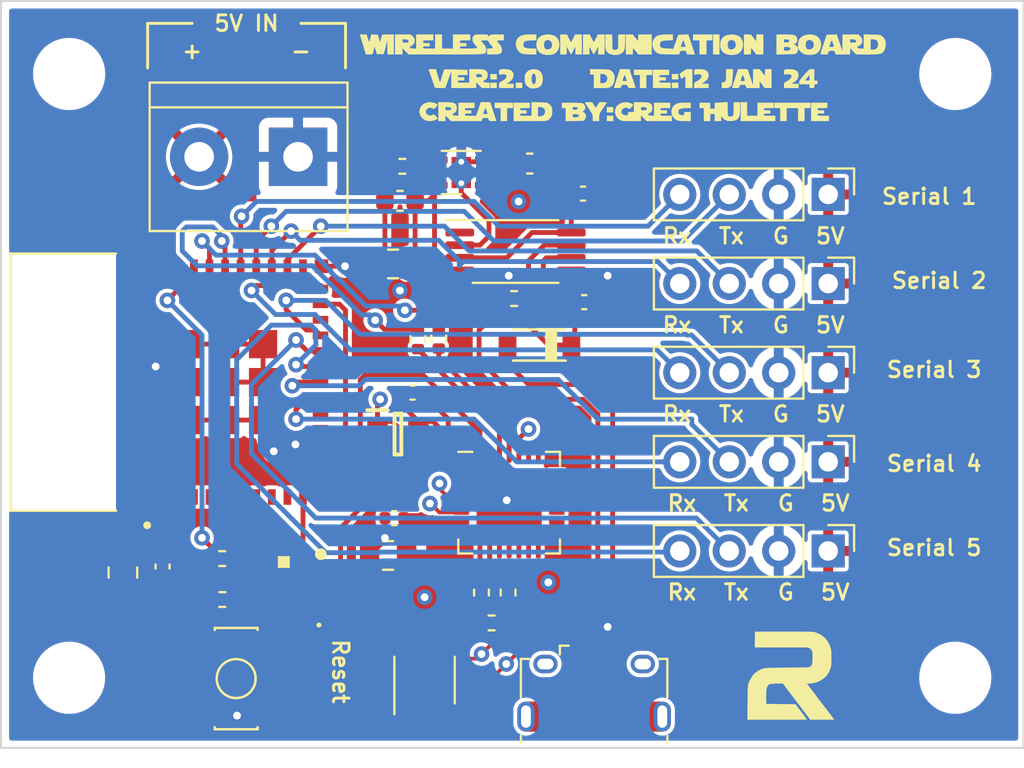
<source format=kicad_pcb>
(kicad_pcb (version 20211014) (generator pcbnew)
  (title_block (title "R2 Droid Gateway") (date "2023-07-06") (rev "1.1") (company "Created by: Greg Hulette") (comment 1 "- Creates WiFi Network for Remote Web Access") (comment 2 "- WiFi to LoRa Bridge") (comment 3 "- Buttons for Master Relay"))
  (layers (0 "F.Cu" signal) (1 "In1.Cu" signal) (2 "In2.Cu" signal) (31 "B.Cu" signal) (34 "B.Paste" user) (35 "F.Paste" user) (36 "B.SilkS" user "B.Silkscreen") (37 "F.SilkS" user "F.Silkscreen") (38 "B.Mask" user) (39 "F.Mask" user) (44 "Edge.Cuts" user))
  (net 0 "")
  (net 1 "+3V3")
  (net 2 "GND")
  (net 3 "RESET")
  (net 4 "Net-(C6-Pad2)")
  (net 5 "VBUS")
  (net 6 "+5V")
  (net 7 "Net-(D1-PadA)")
  (net 8 "USB_DP")
  (net 9 "USB_DN")
  (net 11 "unconnected-(J1-Pad6)")
  (net 13 "Net-(L2-Pad3)")
  (net 14 "DTR")
  (net 15 "RTS")
  (net 16 "GPIO0")
  (net 17 "Net-(R2-Pad1)")
  (net 18 "RXD0")
  (net 19 "Net-(R3-Pad1)")
  (net 20 "TXD0")
  (net 21 "Net-(R4-Pad2)")
  (net 22 "Net-(R6-Pad1)")
  (net 23 "Net-(R9-Pad1)")
  (net 25 "STATUS_LED_DATA")
  (net 56 "TX_HEADER")
  (net 59 "RX4")
  (net 60 "TX4")
  (net 61 "RX5")
  (net 62 "TX5")
  (net 63 "TX3")
  (net 64 "RX3")
  (net 65 "TX2")
  (net 66 "RX2")
  (net 67 "TX1")
  (net 68 "RX1")
  (footprint "Connector_PinHeader_2.54mm:PinHeader_1x04_P2.54mm_Vertical" (layer "F.Cu") (at 147.974 102.259 -90)
    (fp_text reference "J4")
    (fp_text value "Conn_01x04" hide)
  )
  (footprint "Resistor_SMD:R_0402_1005Metric" (layer "F.Cu") (at 130.692 119.684 180)
    (fp_text reference "R4")
    (fp_text value "22.1K" hide)
  )
  (footprint "Custom:SOT65P230X110-6N" (layer "F.Cu") (at 125.883 109.986)
    (fp_text reference "Q2")
    (fp_text value "UMH3N" hide)
  )
  (footprint "Capacitor_SMD:C_0402_1005Metric" (layer "F.Cu") (at 126.634 107.858)
    (fp_text reference "C3")
    (fp_text value ".1uF" hide)
  )
  (footprint "Resistor_SMD:R_0402_1005Metric" (layer "F.Cu") (at 131.538 118.124 -90)
    (fp_text reference "R6")
    (fp_text value "1K" hide)
  )
  (footprint "Package_SO:TSSOP-8_4.4x3mm_P0.65mm" (layer "F.Cu") (at 131.92 100.614)
    (fp_text reference "U4")
    (fp_text value "TPS2115APW" hide)
  )
  (footprint "Capacitor_SMD:C_0805_2012Metric" (layer "F.Cu") (at 125.63 101.252)
    (fp_text reference "C8")
    (fp_text value "10uF" hide)
  )
  (footprint "TerminalBlock:TerminalBlock_bornier-2_P5.08mm" (layer "F.Cu") (at 120.754 95.752 180)
    (fp_text reference "J2")
    (fp_text value "Power In" hide)
  )
  (footprint "MountingHole:MountingHole_3.2mm_M3" (layer "F.Cu") (at 109 91.5)
    (fp_text reference "REF**" hide)
    (fp_text value "MountingHole_3.2mm_M3" hide)
  )
  (footprint "Resistor_SMD:R_0402_1005Metric" (layer "F.Cu") (at 130.172 118.124 -90)
    (fp_text reference "R5")
    (fp_text value "47.5K" hide)
  )
  (footprint "Capacitor_SMD:C_0805_2012Metric" (layer "F.Cu") (at 125.378 116.22 180)
    (fp_text reference "C4")
    (fp_text value "4.7uF" hide)
  )
  (footprint "Resistor_SMD:R_0402_1005Metric" (layer "F.Cu") (at 126.908 105.116 90)
    (fp_text reference "R2")
    (fp_text value "1K" hide)
  )
  (footprint "Resistor_SMD:R_0402_1005Metric" (layer "F.Cu") (at 116.86 116.382 180)
    (fp_text reference "R16")
    (fp_text value "470" hide)
  )
  (footprint "MountingHole:MountingHole_3.2mm_M3" (layer "F.Cu") (at 154.5 122.5)
    (fp_text reference "REF**" hide)
    (fp_text value "MountingHole_3.2mm_M3" hide)
  )
  (footprint "Custom:MODULE_ESP32-PICO-MINI-02" (layer "F.Cu") (at 117.007 107.32 90)
    (fp_text reference "U1")
    (fp_text value "ESP32-PICO-MINI-02" hide)
  )
  (footprint "Connector_PinHeader_2.54mm:PinHeader_1x04_P2.54mm_Vertical" (layer "F.Cu") (at 147.974 106.836 -90)
    (fp_text reference "J5")
    (fp_text value "Conn_01x04" hide)
  )
  (footprint "Capacitor_SMD:C_0402_1005Metric" (layer "F.Cu") (at 135.444 103.216)
    (fp_text reference "C12")
    (fp_text value ".1uF" hide)
  )
  (footprint "Connector_PinHeader_2.54mm:PinHeader_1x04_P2.54mm_Vertical" (layer "F.Cu") (at 147.974 115.99 -90)
    (fp_text reference "J7")
    (fp_text value "Conn_01x04" hide)
  )
  (footprint "MountingHole:MountingHole_3.2mm_M3" (layer "F.Cu") (at 109 122.5)
    (fp_text reference "REF**" hide)
    (fp_text value "MountingHole_3.2mm_M3" hide)
  )
  (footprint "Capacitor_SMD:C_0603_1608Metric" (layer "F.Cu") (at 125.988 98.012)
    (fp_text reference "C6")
    (fp_text value "1uF" hide)
  )
  (footprint "Resistor_SMD:R_0402_1005Metric" (layer "F.Cu") (at 131.85 103.028)
    (fp_text reference "R9")
    (fp_text value "400" hide)
  )
  (footprint "Connector_PinHeader_2.54mm:PinHeader_1x04_P2.54mm_Vertical" (layer "F.Cu") (at 147.974 111.413 -90)
    (fp_text reference "J6")
    (fp_text value "Conn_01x04" hide)
  )
  (footprint "Capacitor_SMD:C_0402_1005Metric" (layer "F.Cu") (at 113.796 116.79 -90)
    (fp_text reference "C2")
    (fp_text value ".1uF" hide)
  )
  (footprint "Resistor_SMD:R_0402_1005Metric" (layer "F.Cu") (at 127.978 105.088 90)
    (fp_text reference "R3")
    (fp_text value "1K" hide)
  )
  (footprint "Capacitor_SMD:C_0805_2012Metric" (layer "F.Cu") (at 111.76 117.094 -90)
    (fp_text reference "C1")
    (fp_text value "10uF" hide)
  )
  (footprint "Connector_USB:USB_Micro-B_Amphenol_10118194_Horizontal" (layer "F.Cu") (at 135.956 123.194)
    (fp_text reference "J1")
    (fp_text value "USB_B_Micro" hide)
  )
  (footprint "Custom:WS2812B-2020" (layer "F.Cu") (at 120.022 117.157)
    (fp_text reference "L2")
    (fp_text value "WS2812B-2020" hide)
  )
  (footprint "MountingHole:MountingHole_3.2mm_M3" (layer "F.Cu") (at 154.5 91.5)
    (fp_text reference "REF**" hide)
    (fp_text value "MountingHole_3.2mm_M3" hide)
  )
  (footprint "Capacitor_SMD:C_0402_1005Metric" (layer "F.Cu") (at 135.386 97.642)
    (fp_text reference "C9")
    (fp_text value ".1uF" hide)
  )
  (footprint "Capacitor_SMD:C_0402_1005Metric" (layer "F.Cu") (at 125.696 114.304 180)
    (fp_text reference "C5")
    (fp_text value ".1uF" hide)
  )
  (footprint "Package_DFN_QFN:QFN-28-1EP_5x5mm_P0.5mm_EP3.35x3.35mm" (layer "F.Cu") (at 131.592 113.51)
    (fp_text reference "U2")
    (fp_text value "CP2102N-A02-GQFN28" hide)
  )
  (footprint "Connector_PinHeader_2.54mm:PinHeader_1x04_P2.54mm_Vertical" (layer "F.Cu") (at 147.974 97.682 -90)
    (fp_text reference "J3")
    (fp_text value "Conn_01x04" hide)
  )
  (footprint "Package_TO_SOT_SMD:SOT-143" (layer "F.Cu") (at 127.25 122.618 90)
    (fp_text reference "D2")
    (fp_text value "SP0503BAHTG" hide)
  )
  (footprint "Capacitor_SMD:C_0603_1608Metric" (layer "F.Cu") (at 132.654 96.098 180)
    (fp_text reference "C7")
    (fp_text value "1uF" hide)
  )
  (footprint "Custom:SOD3716X135N" (layer "F.Cu") (at 133.1485 105.4145 180)
    (fp_text reference "D1")
    (fp_text value "B5819W-TP" hide)
  )
  (footprint "Package_SON:WSON-6-1EP_2x2mm_P0.65mm_EP1x1.6mm_ThermalVias" (layer "F.Cu") (at 129.134 96.558 180)
    (fp_text reference "U3")
    (fp_text value "LP5912-3.3DRV" hide)
  )
  (footprint "Resistor_SMD:R_0402_1005Metric" (layer "F.Cu") (at 126.108 96.238 180)
    (fp_text reference "R10")
    (fp_text value "400" hide)
  )
  (footprint "Resistor_SMD:R_0402_1005Metric" (layer "F.Cu") (at 116.866 118.484)
    (fp_text reference "R1")
    (fp_text value "10K" hide)
  )
  (footprint "Logos:R2_Logo_V2" (layer "F.Cu") (at 146.05 122.746871)
    (fp_text reference "G***" hide)
    (fp_text value "LOGO" hide)
  )
  (footprint "Custom:SW_TL3342F160QG" (layer "F.Cu") (at 117.5765 122.5425 180)
    (fp_text reference "S1")
    (fp_text value "TL3342F160QG" hide)
  )
  (footprint "Logos:WCBv2" (layer "F.Cu") (at 137.414 91.694)
    (fp_text reference "G***" hide)
    (fp_text value "LOGO" hide)
  )
  (gr_line (start 113.03 88.9) (end 115.316 88.9) (layer "F.SilkS") (width 0.15))
  (gr_line (start 113.03 91.186) (end 113.03 88.9) (layer "F.SilkS") (width 0.15))
  (gr_line (start 123.19 88.9) (end 123.19 91.186) (layer "F.SilkS") (width 0.15))
  (gr_line (start 120.904 88.9) (end 123.19 88.9) (layer "F.SilkS") (width 0.15))
  (gr_line (start 105.5 87.75) (end 158 87.75) (layer "Edge.Cuts") (width 0.1))
  (gr_line (start 158 126.1) (end 105.5 126.1) (layer "Edge.Cuts") (width 0.1))
  (gr_line (start 105.5 126.1) (end 105.5 87.75) (layer "Edge.Cuts") (width 0.1))
  (gr_line (start 158 87.75) (end 158 126.1) (layer "Edge.Cuts") (width 0.1))
  (gr_text "5V" (at 148.082 108.966) (layer "F.SilkS") (effects (font (size 0.8 0.8))))
  (gr_text "5V" (at 148.082 104.394) (layer "F.SilkS") (effects (font (size 0.8 0.8))))
  (gr_text "Rx" (at 140.208 108.966) (layer "F.SilkS") (effects (font (size 0.8 0.8))))
  (gr_text "5V IN" (at 118.11 88.9) (layer "F.SilkS") (effects (font (size 0.8 0.8))))
  (gr_text "Serial 4" (at 153.416 111.506) (layer "F.SilkS") (effects (font (size 0.8 0.8))))
  (gr_text "Tx" (at 143.256 113.538) (layer "F.SilkS") (effects (font (size 0.8 0.8))))
  (gr_text "Tx" (at 143.002 108.966) (layer "F.SilkS") (effects (font (size 0.8 0.8))))
  (gr_text "Tx" (at 143.002 104.394) (layer "F.SilkS") (effects (font (size 0.8 0.8))))
  (gr_text "5V" (at 148.082 99.822) (layer "F.SilkS") (effects (font (size 0.8 0.8))))
  (gr_text "G" (at 145.542 104.394) (layer "F.SilkS") (effects (font (size 0.8 0.8))))
  (gr_text "+" (at 115.316 90.424 180) (layer "F.SilkS") (effects (font (size 0.8 0.8))))
  (gr_text "Serial 5" (at 153.416 115.824) (layer "F.SilkS") (effects (font (size 0.8 0.8))))
  (gr_text "Rx" (at 140.462 113.538) (layer "F.SilkS") (effects (font (size 0.8 0.8))))
  (gr_text "5V" (at 148.336 113.538) (layer "F.SilkS") (effects (font (size 0.8 0.8))))
  (gr_text "Serial 3" (at 153.416 106.68) (layer "F.SilkS") (effects (font (size 0.8 0.8))))
  (gr_text "5V" (at 148.336 118.11) (layer "F.SilkS") (effects (font (size 0.8 0.8))))
  (gr_text "Tx" (at 143.002 99.822) (layer "F.SilkS") (effects (font (size 0.8 0.8))))
  (gr_text "-" (at 120.904 90.424 180) (layer "F.SilkS") (effects (font (size 0.8 0.8))))
  (gr_text "Rx" (at 140.208 104.394) (layer "F.SilkS") (effects (font (size 0.8 0.8))))
  (gr_text "G" (at 145.542 108.966) (layer "F.SilkS") (effects (font (size 0.8 0.8))))
  (gr_text "Serial 2" (at 153.67 102.108) (layer "F.SilkS") (effects (font (size 0.8 0.8))))
  (gr_text "Tx" (at 143.256 118.11) (layer "F.SilkS") (effects (font (size 0.8 0.8))))
  (gr_text "G" (at 145.542 99.822) (layer "F.SilkS") (effects (font (size 0.8 0.8))))
  (gr_text "Rx" (at 140.462 118.11) (layer "F.SilkS") (effects (font (size 0.8 0.8))))
  (gr_text "G" (at 145.796 113.538) (layer "F.SilkS") (effects (font (size 0.8 0.8))))
  (gr_text "G" (at 145.796 118.11) (layer "F.SilkS") (effects (font (size 0.8 0.8))))
  (gr_text "Reset" (at 122.936 122.174 270) (layer "F.SilkS") (effects (font (size 0.8 0.8))))
  (gr_text "Rx" (at 140.208 99.822) (layer "F.SilkS") (effects (font (size 0.8 0.8))))
  (gr_text "Serial 1" (at 153.162 97.79) (layer "F.SilkS") (effects (font (size 0.8 0.8))))
  (segment (start 128.218 115.01) (end 127.718 114.51) (width 0.25) (layer "F.Cu") (net 1))
  (segment (start 129.142 114.51) (end 127.552 114.51) (width 0.25) (layer "F.Cu") (net 1))
  (segment (start 126.382 114.51) (end 126.176 114.304) (width 0.25) (layer "F.Cu") (net 1))
  (segment (start 127.552 114.51) (end 126.382 114.51) (width 0.25) (layer "F.Cu") (net 1))
  (segment (start 129.142 115.01) (end 128.218 115.01) (width 0.25) (layer "F.Cu") (net 1))
  (segment (start 127.718 114.51) (end 127.552 114.51) (width 0.25) (layer "F.Cu") (net 1))
  (via (at 133.604 117.602) (size 0.8) (drill 0.4) (layers "F.Cu" "B.Cu") (net 1))
  (via (at 127.254 118.364) (size 0.8) (drill 0.4) (layers "F.Cu" "B.Cu") (net 1))
  (via (at 132.08 98.044) (size 0.8) (drill 0.4) (layers "F.Cu" "B.Cu") (net 1))
  (via (at 125.984 102.616) (size 0.8) (drill 0.4) (layers "F.Cu" "B.Cu") (net 1))
  (segment (start 117.007 109.27) (end 115.057 109.27) (width 0.25) (layer "F.Cu") (net 2))
  (segment (start 129.9215 96.008) (end 130.0215 95.908) (width 0.25) (layer "F.Cu") (net 2))
  (segment (start 113.444 106.52) (end 114.257 106.52) (width 0.25) (layer "F.Cu") (net 2))
  (segment (start 128.46552 110.386192) (end 128.46552 109.20952) (width 0.25) (layer "F.Cu") (net 2))
  (segment (start 131.4415 94.488) (end 130.0215 95.908) (width 0.25) (layer "F.Cu") (net 2))
  (segment (start 131.589328 113.51) (end 128.46552 110.386192) (width 0.25) (layer "F.Cu") (net 2))
  (segment (start 129.0575 100.289) (end 130.089 100.289) (width 0.25) (layer "F.Cu") (net 2))
  (segment (start 118.957 107.32) (end 117.007 107.32) (width 0.25) (layer "F.Cu") (net 2))
  (segment (start 121.007 113.22) (end 121.007 116.477) (width 0.25) (layer "F.Cu") (net 2))
  (segment (start 115.057 107.32) (end 115.057 105.37) (width 0.25) (layer "F.Cu") (net 2))
  (segment (start 125.213 100.719) (end 124.68 101.252) (width 0.25) (layer "F.Cu") (net 2))
  (segment (start 135.866 97.63507) (end 135.866 97.642) (width 0.25) (layer "F.Cu") (net 2))
  (segment (start 125.222 98.003) (end 125.222 96.614) (width 0.25) (layer "F.Cu") (net 2))
  (segment (start 130.556 99.822) (end 130.556 99.03) (width 0.25) (layer "F.Cu") (net 2))
  (segment (start 129.134 96.008) (end 129.9215 96.008) (width 0.25) (layer "F.Cu") (net 2))
  (segment (start 132.36 103.028) (end 132.36 102.642) (width 0.25) (layer "F.Cu") (net 2))
  (segment (start 130.556 99.03) (end 129.134 97.608) (width 0.25) (layer "F.Cu") (net 2))
  (segment (start 112.057 113.27) (end 113.757 113.27) (width 0.25) (layer "F.Cu") (net 2))
  (segment (start 113.0125 124.4425) (end 114.4265 124.4425) (width 0.25) (layer "F.Cu") (net 2))
  (segment (start 119.507 110.871) (end 121.007 112.371) (width 0.25) (layer "F.Cu") (net 2))
  (segment (start 130.089 100.289) (end 130.556 99.822) (width 0.25) (layer "F.Cu") (net 2))
  (segment (start 121.957 113.27) (end 121.057 113.27) (width 0.25) (layer "F.Cu") (net 2))
  (segment (start 118.957 109.27) (end 118.957 110.321) (width 0.25) (layer "F.Cu") (net 2))
  (segment (start 128.584 96.558) (end 129.134 97.108) (width 0.25) (layer "F.Cu") (net 2))
  (segment (start 125.476 120.142) (end 124.968 120.65) (width 0.25) (layer "F.Cu") (net 2))
  (segment (start 121.057 113.27) (end 121.007 113.22) (width 0.25) (layer "F.Cu") (net 2))
  (segment (start 125.222 96.614) (end 125.598 96.238) (width 0.25) (layer "F.Cu") (net 2))
  (segment (start 125.216 114.304) (end 125.216 115.322) (width 0.25) (layer "F.Cu") (net 2))
  (segment (start 111.76 123.19) (end 113.0125 124.4425) (width 0.25) (layer "F.Cu") (net 2))
  (segment (start 125.213 98.012) (end 125.222 98.003) (width 0.25) (layer "F.Cu") (net 2))
  (segment (start 134.32893 96.098) (end 135.866 97.63507) (width 0.25) (layer "F.Cu") (net 2))
  (segment (start 133.429 96.098) (end 134.32893 96.098) (width 0.25) (layer "F.Cu") (net 2))
  (segment (start 131.092 113.01) (end 131.469 113.387) (width 0.25) (layer "F.Cu") (net 2))
  (segment (start 124.968 120.65) (end 124.968 122.682) (width 0.25) (layer "F.Cu") (net 2))
  (segment (start 135.924 103.216) (end 136.652 102.488) (width 0.25) (layer "F.Cu") (net 2))
  (segment (start 115.057 105.37) (end 118.957 105.37) (width 0.25) (layer "F.Cu") (net 2))
  (segment (start 123.166 101.37) (end 121.957 101.37) (width 0.25) (layer "F.Cu") (net 2))
  (segment (start 128.46552 109.20952) (end 127.114 107.858) (width 0.25) (layer "F.Cu") (net 2))
  (segment (start 114.257 106.52) (end 115.057 107.32) (width 0.25) (layer "F.Cu") (net 2))
  (segment (start 112.107 106.52) (end 113.444 106.52) (width 0.25) (layer "F.Cu") (net 2))
  (segment (start 133.429 95.075) (end 132.842 94.488) (width 0.25) (layer "F.Cu") (net 2))
  (segment (start 125.216 115.322) (end 125.216 115.432) (width 0.25) (layer "F.Cu") (net 2))
  (segment (start 125.216 115.432) (end 124.428 116.22) (width 0.25) (layer "F.Cu") (net 2))
  (segment (start 120.7265 124.4425) (end 125.7555 124.4425) (width 0.25) (layer "F.Cu") (net 2))
  (segment (start 136.652 102.488) (end 136.652 101.854) (width 0.25) (layer "F.Cu") (net 2))
  (segment (start 112.057 101.37) (end 112.057 113.27) (width 0.25) (layer "F.Cu") (net 2))
  (segment (start 128.524 120.142) (end 125.476 120.142) (width 0.25) (layer "F.Cu") (net 2))
  (segment (start 124.562 101.37) (end 123.166 101.37) (width 0.25) (layer "F.Cu") (net 2))
  (segment (start 113.757 113.27) (end 113.807 113.22) (width 0.25) (layer "F.Cu") (net 2))
  (segment (start 128.2465 96.558) (end 128.584 96.558) (width 0.25) (layer "F.Cu") (net 2))
  (segment (start 118.957 110.321) (end 119.507 110.871) (width 0.25) (layer "F.Cu") (net 2))
  (segment (start 129.134 97.608) (end 129.134 97.108) (width 0.25) (layer "F.Cu") (net 2))
  (segment (start 118.957 109.27) (end 117.007 109.27) (width 0.25) (layer "F.Cu") (net 2))
  (segment (start 125.7555 124.4425) (end 126.48 123.718) (width 0.25) (layer "F.Cu") (net 2))
  (segment (start 121.007 112.371) (end 121.007 113.22) (width 0.25) (layer "F.Cu") (net 2))
  (segment (start 132.842 94.488) (end 131.4415 94.488) (width 0.25) (layer "F.Cu") (net 2))
  (segment (start 115.057 109.27) (end 115.057 107.32) (width 0.25) (layer "F.Cu") (net 2))
  (segment (start 135.924 102.7305) (end 135.924 103.216) (width 0.25) (layer "F.Cu") (net 2))
  (segment (start 121.007 116.477) (end 121.037 116.507) (width 0.25) (layer "F.Cu") (net 2))
  (segment (start 120.207 110.52) (end 118.957 109.27) (width 0.25) (layer "F.Cu") (net 2))
  (segment (start 124.68 101.252) (end 124.562 101.37) (width 0.25) (layer "F.Cu") (net 2))
  (segment (start 121.907 110.52) (end 120.62 110.52) (width 0.25) (layer "F.Cu") (net 2))
  (segment (start 125.213 98.012) (end 125.213 100.719) (width 0.25) (layer "F.Cu") (net 2))
  (segment (start 112.534 117.27) (end 111.76 118.044) (width 0.25) (layer "F.Cu") (net 2))
  (segment (start 126.004 123.718) (end 126.48 123.718) (width 0.25) (layer "F.Cu") (net 2))
  (segment (start 114.4265 124.4425) (end 117.6195 124.4425) (width 0.25) (layer "F.Cu") (net 2))
  (segment (start 120.62 110.52) (end 120.207 110.52) (width 0.25) (layer "F.Cu") (net 2))
  (segment (start 118.957 105.37) (end 118.957 107.32) (width 0.25) (layer "F.Cu") (net 2))
  (segment (start 132.36 102.642) (end 131.572 101.854) (width 0.25) (layer "F.Cu") (net 2))
  (segment (start 113.796 117.27) (end 112.534 117.27) (width 0.25) (layer "F.Cu") (net 2))
  (segment (start 131.592 113.51) (end 131.589328 113.51) (width 0.25) (layer "F.Cu") (net 2))
  (segment (start 117.6195 124.4425) (end 120.7265 124.4425) (width 0.25) (layer "F.Cu") (net 2))
  (segment (start 111.76 118.044) (end 111.76 123.19) (width 0.25) (layer "F.Cu") (net 2))
  (segment (start 137.256 120.492) (end 136.652 119.888) (width 0.25) (layer "F.Cu") (net 2))
  (segment (start 133.429 96.098) (end 133.429 95.075) (width 0.25) (layer "F.Cu") (net 2))
  (segment (start 130.172 118.634) (end 130.032 118.634) (width 0.25) (layer "F.Cu") (net 2))
  (segment (start 130.032 118.634) (end 128.524 120.142) (width 0.25) (layer "F.Cu") (net 2))
  (segment (start 124.968 122.682) (end 126.004 123.718) (width 0.25) (layer "F.Cu") (net 2))
  (segment (start 137.256 121.794) (end 137.256 120.492) (width 0.25) (layer "F.Cu") (net 2))
  (segment (start 131.469 113.387) (end 131.592 113.51) (width 0.25) (layer "F.Cu") (net 2))
  (segment (start 129.142 113.01) (end 131.092 113.01) (width 0.25) (layer "F.Cu") (net 2))
  (segment (start 134.7825 101.589) (end 135.924 102.7305) (width 0.25) (layer "F.Cu") (net 2))
  (via (at 120.62 110.52) (size 0.8) (drill 0.4) (layers "F.Cu" "B.Cu") (net 2))
  (via (at 136.652 101.854) (size 0.8) (drill 0.4) (layers "F.Cu" "B.Cu") (net 2))
  (via (at 113.444 106.52) (size 0.8) (drill 0.4) (layers "F.Cu" "B.Cu") (net 2))
  (via (at 119.507 110.871) (size 0.8) (drill 0.4) (layers "F.Cu" "B.Cu") (net 2))
  (via (at 131.469 113.387) (size 0.8) (drill 0.4) (layers "F.Cu" "B.Cu") (net 2))
  (via (at 123.166 101.37) (size 0.8) (drill 0.4) (layers "F.Cu" "B.Cu") (net 2))
  (via (at 125.216 115.322) (size 0.8) (drill 0.4) (layers "F.Cu" "B.Cu") (net 2))
  (via (at 117.6195 124.4425) (size 0.8) (drill 0.4) (layers "F.Cu" "B.Cu") (net 2))
  (via (at 131.572 101.854) (size 0.8) (drill 0.4) (layers "F.Cu" "B.Cu") (net 2))
  (via (at 136.652 119.888) (size 0.8) (drill 0.4) (layers "F.Cu" "B.Cu") (net 2))
  (segment (start 117.376 118.484) (end 117.764 118.872) (width 0.25) (layer "F.Cu") (net 3))
  (segment (start 120.7265 120.6425) (end 119.5345 120.6425) (width 0.25) (layer "F.Cu") (net 3))
  (segment (start 114.4265 120.6425) (end 115.2175 120.6425) (width 0.25) (layer "F.Cu") (net 3))
  (segment (start 119.831511 118.674489) (end 119.831511 115.259511) (width 0.25) (layer "F.Cu") (net 3))
  (segment (start 126.954022 113.03) (end 127.291489 112.692533) (width 0.25) (layer "F.Cu") (net 3))
  (segment (start 127.291489 112.692533) (end 127.291489 111.976511) (width 0.25) (layer "F.Cu") (net 3))
  (segment (start 121.863511 118.674489) (end 122.936 117.602) (width 0.25) (layer "F.Cu") (net 3))
  (segment (start 117.764 118.872) (end 119.634 118.872) (width 0.25) (layer "F.Cu") (net 3))
  (segment (start 127.291489 111.976511) (end 128.016 111.252) (width 0.25) (layer "F.Cu") (net 3))
  (segment (start 128.016 109.669978) (end 127.682022 109.336) (width 0.25) (layer "F.Cu") (net 3))
  (segment (start 118.607 114.035) (end 118.607 113.22) (width 0.25) (layer "F.Cu") (net 3))
  (segment (start 126.154 107.858) (end 126.154 108.557) (width 0.25) (layer "F.Cu") (net 3))
  (segment (start 124.714 113.03) (end 126.954022 113.03) (width 0.25) (layer "F.Cu") (net 3))
  (segment (start 126.154 108.557) (end 126.933 109.336) (width 0.25) (layer "F.Cu") (net 3))
  (segment (start 119.5345 120.6425) (end 117.376 118.484) (width 0.25) (layer "F.Cu") (net 3))
  (segment (start 119.634 118.872) (end 119.831511 118.674489) (width 0.25) (layer "F.Cu") (net 3))
  (segment (start 128.016 111.252) (end 128.016 109.669978) (width 0.25) (layer "F.Cu") (net 3))
  (segment (start 122.936 114.808) (end 124.714 113.03) (width 0.25) (layer "F.Cu") (net 3))
  (segment (start 119.831511 115.259511) (end 118.607 114.035) (width 0.25) (layer "F.Cu") (net 3))
  (segment (start 122.936 117.602) (end 122.936 114.808) (width 0.25) (layer "F.Cu") (net 3))
  (segment (start 115.2175 120.6425) (end 117.376 118.484) (width 0.25) (layer "F.Cu") (net 3))
  (segment (start 127.682022 109.336) (end 126.933 109.336) (width 0.25) (layer "F.Cu") (net 3))
  (segment (start 119.831511 118.674489) (end 121.863511 118.674489) (width 0.25) (layer "F.Cu") (net 3))
  (segment (start 132.588 101.092) (end 133.391 100.289) (width 0.25) (layer "F.Cu") (net 4))
  (segment (start 128.2465 97.208) (end 127.942 97.208) (width 0.25) (layer "F.Cu") (net 4))
  (segment (start 127.942 97.208) (end 127.508 96.774) (width 0.25) (layer "F.Cu") (net 4))
  (segment (start 127.508 96.774) (end 127.508 96.504977) (width 0.25) (layer "F.Cu") (net 4))
  (segment (start 127.762 102.108) (end 129.286 103.632) (width 0.25) (layer "F.Cu") (net 4))
  (segment (start 131.228141 103.886) (end 132.471859 103.886) (width 0.25) (layer "F.Cu") (net 4))
  (segment (start 126.763 98.012) (end 127.4425 98.012) (width 0.25) (layer "F.Cu") (net 4))
  (segment (start 126.948 95.908) (end 128.2465 95.908) (width 0.25) (layer "F.Cu") (net 4))
  (segment (start 132.471859 103.886) (end 132.95452 103.403339) (width 0.25) (layer "F.Cu") (net 4))
  (segment (start 132.95452 102.600802) (end 132.588 102.234282) (width 0.25) (layer "F.Cu") (net 4))
  (segment (start 129.286 103.632) (end 130.974141 103.632) (width 0.25) (layer "F.Cu") (net 4))
  (segment (start 127.762 97.6925) (end 127.762 102.108) (width 0.25) (layer "F.Cu") (net 4))
  (segment (start 126.763 98.012) (end 126.763 101.069) (width 0.25) (layer "F.Cu") (net 4))
  (segment (start 128.2465 97.208) (end 127.762 97.6925) (width 0.25) (layer "F.Cu") (net 4))
  (segment (start 127.508 96.504977) (end 128.104977 95.908) (width 0.25) (layer "F.Cu") (net 4))
  (segment (start 127.4425 98.012) (end 128.2465 97.208) (width 0.25) (layer "F.Cu") (net 4))
  (segment (start 132.95452 103.403339) (end 132.95452 102.600802) (width 0.25) (layer "F.Cu") (net 4))
  (segment (start 126.618 96.238) (end 126.948 95.908) (width 0.25) (layer "F.Cu") (net 4))
  (segment (start 132.588 102.234282) (end 132.588 101.092) (width 0.25) (layer "F.Cu") (net 4))
  (segment (start 126.763 101.069) (end 126.58 101.252) (width 0.25) (layer "F.Cu") (net 4))
  (segment (start 128.104977 95.908) (end 128.2465 95.908) (width 0.25) (layer "F.Cu") (net 4))
  (segment (start 130.974141 103.632) (end 131.228141 103.886) (width 0.25) (layer "F.Cu") (net 4))
  (segment (start 133.391 100.289) (end 134.7825 100.289) (width 0.25) (layer "F.Cu") (net 4))
  (segment (start 134.964 105.2373) (end 134.7868 105.4145) (width 0.25) (layer "F.Cu") (net 5))
  (segment (start 131.202 119.684) (end 134.824 119.684) (width 0.25) (layer "F.Cu") (net 5))
  (segment (start 130.048 106.172) (end 130.048 104.648) (width 0.25) (layer "F.Cu") (net 5))
  (segment (start 132.08 108.204) (end 130.048 106.172) (width 0.25) (layer "F.Cu") (net 5))
  (segment (start 136.144 118.364) (end 136.144 108.966) (width 0.25) (layer "F.Cu") (net 5))
  (segment (start 136.144 108.966) (end 135.382 108.204) (width 0.25) (layer "F.Cu") (net 5))
  (segment (start 133.35 101.602) (end 134.964 103.216) (width 0.25) (layer "F.Cu") (net 5))
  (segment (start 135.382 108.204) (end 132.08 108.204) (width 0.25) (layer "F.Cu") (net 5))
  (segment (start 130.048 104.648) (end 130.302 104.394) (width 0.25) (layer "F.Cu") (net 5))
  (segment (start 133.35 101.092) (end 133.35 101.602) (width 0.25) (layer "F.Cu") (net 5))
  (segment (start 133.503 100.939) (end 133.35 101.092) (width 0.25) (layer "F.Cu") (net 5))
  (segment (start 134.824 119.684) (end 136.144 118.364) (width 0.25) (layer "F.Cu") (net 5))
  (segment (start 133.6085 105.4145) (end 134.7868 105.4145) (width 0.25) (layer "F.Cu") (net 5))
  (segment (start 132.588 104.394) (end 133.6085 105.4145) (width 0.25) (layer "F.Cu") (net 5))
  (segment (start 134.7825 100.939) (end 133.503 100.939) (width 0.25) (layer "F.Cu") (net 5))
  (segment (start 130.302 104.394) (end 132.588 104.394) (width 0.25) (layer "F.Cu") (net 5))
  (segment (start 134.964 103.216) (end 134.964 105.2373) (width 0.25) (layer "F.Cu") (net 5))
  (segment (start 132.771 99.639) (end 131.471 100.939) (width 0.25) (layer "F.Cu") (net 6))
  (segment (start 134.7825 99.639) (end 132.771 99.639) (width 0.25) (layer "F.Cu") (net 6))
  (segment (start 131.471 100.939) (end 129.0575 100.939) (width 0.25) (layer "F.Cu") (net 6))
  (segment (start 136.398 98.298) (end 135.55507 98.298) (width 0.25) (layer "F.Cu") (net 6))
  (segment (start 136.906 97.79) (end 136.398 98.298) (width 0.25) (layer "F.Cu") (net 6))
  (segment (start 134.7825 97.7655) (end 134.906 97.642) (width 0.25) (layer "F.Cu") (net 6))
  (segment (start 136.906 93.218) (end 136.906 97.79) (width 0.25) (layer "F.Cu") (net 6))
  (segment (start 134.906 97.642) (end 134.906 97.64893) (width 0.25) (layer "F.Cu") (net 6))
  (segment (start 134.7825 99.639) (end 134.7825 97.7655) (width 0.25) (layer "F.Cu") (net 6))
  (segment (start 135.55507 98.298) (end 134.906 97.64893) (width 0.25) (layer "F.Cu") (net 6))
  (segment (start 136.906 107.95) (end 136.398 107.442) (width 0.25) (layer "F.Cu") (net 7))
  (segment (start 139.446 122.936) (end 139.446 120.904) (width 0.25) (layer "F.Cu") (net 7))
  (segment (start 136.398 107.442) (end 132.588 107.442) (width 0.25) (layer "F.Cu") (net 7))
  (segment (start 132.588 107.442) (end 131.5102 106.3642) (width 0.25) (layer "F.Cu") (net 7))
  (segment (start 128.523511 123.394489) (end 133.399511 123.394489) (width 0.25) (layer "F.Cu") (net 7))
  (segment (start 133.399511 123.394489) (end 134.656 122.138) (width 0.25) (layer "F.Cu") (net 7))
  (segment (start 134.873 122.936) (end 139.446 122.936) (width 0.25) (layer "F.Cu") (net 7))
  (segment (start 134.656 122.138) (end 134.656 121.794) (width 0.25) (layer "F.Cu") (net 7))
  (segment (start 136.906 118.364) (end 136.906 107.95) (width 0.25) (layer "F.Cu") (net 7))
  (segment (start 139.446 120.904) (end 136.906 118.364) (width 0.25) (layer "F.Cu") (net 7))
  (segment (start 128.2 123.718) (end 128.523511 123.394489) (width 0.25) (layer "F.Cu") (net 7))
  (segment (start 134.656 121.794) (end 134.656 122.719) (width 0.25) (layer "F.Cu") (net 7))
  (segment (start 131.5102 106.3642) (end 131.5102 105.4145) (width 0.25) (layer "F.Cu") (net 7))
  (segment (start 134.656 122.719) (end 134.873 122.936) (width 0.25) (layer "F.Cu") (net 7))
  (segment (start 129.06652 113.43452) (end 128.654547 113.43452) (width 0.2) (layer "F.Cu") (net 8))
  (segment (start 128.654547 113.43452) (end 128.016 112.795973) (width 0.2) (layer "F.Cu") (net 8))
  (segment (start 130.95552 120.50448) (end 130.175 121.285) (width 0.2) (layer "F.Cu") (net 8))
  (segment (start 135.179 120.142) (end 132.588 120.142) (width 0.2) (layer "F.Cu") (net 8))
  (segment (start 129.942 121.518) (end 128.2 121.518) (width 0.2) (layer "F.Cu") (net 8))
  (segment (start 132.588 120.142) (end 132.22552 120.50448) (width 0.2) (layer "F.Cu") (net 8))
  (segment (start 135.956 121.794) (end 135.956 120.919) (width 0.2) (layer "F.Cu") (net 8))
  (segment (start 130.175 121.285) (end 129.942 121.518) (width 0.2) (layer "F.Cu") (net 8))
  (segment (start 135.956 120.919) (end 135.179 120.142) (width 0.2) (layer "F.Cu") (net 8))
  (segment (start 128.016 112.795973) (end 128.016 112.522) (width 0.2) (layer "F.Cu") (net 8))
  (segment (start 132.22552 120.50448) (end 130.95552 120.50448) (width 0.2) (layer "F.Cu") (net 8))
  (segment (start 129.142 113.51) (end 129.06652 113.43452) (width 0.2) (layer "F.Cu") (net 8))
  (via (at 130.175 121.285) (size 0.8) (drill 0.4) (layers "F.Cu" "B.Cu") (net 8))
  (via (at 128.016 112.522) (size 0.8) (drill 0.4) (layers "F.Cu" "B.Cu") (net 8))
  (segment (start 131.445 121.793) (end 130.720489 122.517511) (width 0.2) (layer "F.Cu") (net 9))
  (segment (start 127.299511 122.517511) (end 126.3 121.518) (width 0.2) (layer "F.Cu") (net 9))
  (segment (start 132.334 120.904) (end 131.445 121.793) (width 0.2) (layer "F.Cu") (net 9))
  (segment (start 135.206489 120.819489) (end 134.241 120.819489) (width 0.2) (layer "F.Cu") (net 9))
  (segment (start 135.306 121.794) (end 135.306 120.919) (width 0.2) (layer "F.Cu") (net 9))
  (segment (start 130.720489 122.517511) (end 127.299511 122.517511) (width 0.2) (layer "F.Cu") (net 9))
  (segment (start 135.306 120.919) (end 135.206489 120.819489) (width 0.2) (layer "F.Cu") (net 9))
  (segment (start 127.544 113.538) (end 127.526 113.556) (width 0.2) (layer "F.Cu") (net 9))
  (segment (start 134.241 120.819489) (end 134.156489 120.904) (width 0.2) (layer "F.Cu") (net 9))
  (segment (start 134.156489 120.904) (end 132.334 120.904) (width 0.2) (layer "F.Cu") (net 9))
  (segment (start 128.016 114.01) (end 127.544 113.538) (width 0.2) (layer "F.Cu") (net 9))
  (segment (start 129.142 114.01) (end 128.016 114.01) (width 0.2) (layer "F.Cu") (net 9))
  (via (at 127.526 113.556) (size 0.8) (drill 0.4) (layers "F.Cu" "B.Cu") (net 9))
  (via (at 131.445 121.793) (size 0.8) (drill 0.4) (layers "F.Cu" "B.Cu") (net 9))
  (segment (start 132.456 124.494) (end 139.456 124.494) (width 0.25) (layer "F.Cu") (net 11))
  (segment (start 119.007 116.507) (end 117.495 116.507) (width 0.25) (layer "F.Cu") (net 13))
  (segment (start 117.495 116.507) (end 117.37 116.382) (width 0.25) (layer "F.Cu") (net 13))
  (segment (start 130.092 111.06) (end 130.092 109.86907) (width 0.25) (layer "F.Cu") (net 14))
  (segment (start 123.952 109.982) (end 123.952 107.188) (width 0.25) (layer "F.Cu") (net 14))
  (segment (start 124.833 109.986) (end 123.956 109.986) (width 0.25) (layer "F.Cu") (net 14))
  (segment (start 130.092 109.86907) (end 127.15693 106.934) (width 0.25) (layer "F.Cu") (net 14))
  (segment (start 123.956 109.986) (end 123.952 109.982) (width 0.25) (layer "F.Cu") (net 14))
  (segment (start 127.15693 106.934) (end 124.206 106.934) (width 0.25) (layer "F.Cu") (net 14))
  (segment (start 126.256282 110.636) (end 125.606282 109.986) (width 0.25) (layer "F.Cu") (net 14))
  (segment (start 125.606282 109.986) (end 124.833 109.986) (width 0.25) (layer "F.Cu") (net 14))
  (segment (start 123.952 107.188) (end 124.206 106.934) (width 0.25) (layer "F.Cu") (net 14))
  (segment (start 126.933 110.636) (end 126.256282 110.636) (width 0.25) (layer "F.Cu") (net 14))
  (segment (start 125.592 109.336) (end 126.242 109.986) (width 0.25) (layer "F.Cu") (net 15))
  (segment (start 132.092 111.06) (end 132.092 110.224) (width 0.25) (layer "F.Cu") (net 15))
  (segment (start 124.833 109.336) (end 124.833 108.339) (width 0.25) (layer "F.Cu") (net 15))
  (segment (start 132.092 110.224) (end 132.588 109.728) (width 0.25) (layer "F.Cu") (net 15))
  (segment (start 124.833 108.339) (end 124.968 108.204) (width 0.25) (layer "F.Cu") (net 15))
  (segment (start 126.242 109.986) (end 126.933 109.986) (width 0.25) (layer "F.Cu") (net 15))
  (segment (start 124.833 109.336) (end 125.592 109.336) (width 0.25) (layer "F.Cu") (net 15))
  (via (at 124.968 108.204) (size 0.8) (drill 0.4) (layers "F.Cu" "B.Cu") (net 15))
  (via (at 132.588 109.728) (size 0.8) (drill 0.4) (layers "F.Cu" "B.Cu") (net 15))
  (segment (start 122.878 103.32) (end 121.907 103.32) (width 0.25) (layer "F.Cu") (net 16))
  (segment (start 123.19 103.632) (end 122.878 103.32) (width 0.25) (layer "F.Cu") (net 16))
  (segment (start 123.19 110.250022) (end 123.19 103.632) (width 0.25) (layer "F.Cu") (net 16))
  (segment (start 123.575978 110.636) (end 123.19 110.250022) (width 0.25) (layer "F.Cu") (net 16))
  (segment (start 124.833 110.636) (end 123.575978 110.636) (width 0.25) (layer "F.Cu") (net 16))
  (segment (start 131.092 111.06) (end 131.092 109.81) (width 0.25) (layer "F.Cu") (net 17))
  (segment (start 131.092 109.81) (end 126.908 105.626) (width 0.25) (layer "F.Cu") (net 17))
  (segment (start 117.007 101.42) (end 117.007 100.243) (width 0.25) (layer "F.Cu") (net 18))
  (segment (start 125.18 104.606) (end 124.714 104.14) (width 0.25) (layer "F.Cu") (net 18))
  (segment (start 126.908 104.606) (end 125.18 104.606) (width 0.25) (layer "F.Cu") (net 18))
  (segment (start 117.007 100.243) (end 116.84 100.076) (width 0.25) (layer "F.Cu") (net 18))
  (via (at 124.714 104.14) (size 0.8) (drill 0.4) (layers "F.Cu" "B.Cu") (net 18))
  (via (at 116.84 100.076) (size 0.8) (drill 0.4) (layers "F.Cu" "B.Cu") (net 18))
  (segment (start 115.57 101.346) (end 114.808 100.584) (width 0.25) (layer "B.Cu") (net 18))
  (segment (start 114.808 99.568) (end 115.024511 99.351489) (width 0.25) (layer "B.Cu") (net 18))
  (segment (start 116.84 99.822) (end 116.84 100.076) (width 0.25) (layer "B.Cu") (net 18))
  (segment (start 121.481669 101.346) (end 115.57 101.346) (width 0.25) (layer "B.Cu") (net 18))
  (segment (start 124.000678 103.865009) (end 121.481669 101.346) (width 0.25) (layer "B.Cu") (net 18))
  (segment (start 115.024511 99.351489) (end 116.369489 99.351489) (width 0.25) (layer "B.Cu") (net 18))
  (segment (start 116.369489 99.351489) (end 116.84 99.822) (width 0.25) (layer "B.Cu") (net 18))
  (segment (start 124.439009 103.865009) (end 124.000678 103.865009) (width 0.25) (layer "B.Cu") (net 18))
  (segment (start 114.808 100.584) (end 114.808 99.568) (width 0.25) (layer "B.Cu") (net 18))
  (segment (start 124.714 104.14) (end 124.439009 103.865009) (width 0.25) (layer "B.Cu") (net 18))
  (segment (start 131.592 111.06) (end 131.592 109.674282) (width 0.25) (layer "F.Cu") (net 19))
  (segment (start 131.592 109.674282) (end 127.978 106.060282) (width 0.25) (layer "F.Cu") (net 19))
  (segment (start 127.978 106.060282) (end 127.978 105.598) (width 0.25) (layer "F.Cu") (net 19))
  (segment (start 127.978 104.578) (end 127.032 103.632) (width 0.25) (layer "F.Cu") (net 20))
  (segment (start 116.207 101.42) (end 116.207 100.459) (width 0.25) (layer "F.Cu") (net 20))
  (segment (start 116.207 100.459) (end 115.824 100.076) (width 0.25) (layer "F.Cu") (net 20))
  (segment (start 127.032 103.632) (end 126.238 103.632) (width 0.25) (layer "F.Cu") (net 20))
  (via (at 126.238 103.632) (size 0.8) (drill 0.4) (layers "F.Cu" "B.Cu") (net 20))
  (via (at 115.824 100.076) (size 0.8) (drill 0.4) (layers "F.Cu" "B.Cu") (net 20))
  (segment (start 124.243489 103.415489) (end 126.021489 103.415489) (width 0.25) (layer "B.Cu") (net 20))
  (segment (start 121.628511 100.800511) (end 122.441489 101.613489) (width 0.25) (layer "B.Cu") (net 20))
  (segment (start 115.824 100.076) (end 115.824 100.084614) (width 0.25) (layer "B.Cu") (net 20))
  (segment (start 126.021489 103.415489) (end 126.238 103.632) (width 0.25) (layer "B.Cu") (net 20))
  (segment (start 122.441489 101.670103) (end 122.865897 102.094511) (width 0.25) (layer "B.Cu") (net 20))
  (segment (start 116.539897 100.800511) (end 121.628511 100.800511) (width 0.25) (layer "B.Cu") (net 20))
  (segment (start 115.824 100.084614) (end 116.539897 100.800511) (width 0.25) (layer "B.Cu") (net 20))
  (segment (start 122.865897 102.094511) (end 122.922511 102.094511) (width 0.25) (layer "B.Cu") (net 20))
  (segment (start 122.922511 102.094511) (end 124.243489 103.415489) (width 0.25) (layer "B.Cu") (net 20))
  (segment (start 122.441489 101.613489) (end 122.441489 101.670103) (width 0.25) (layer "B.Cu") (net 20))
  (segment (start 130.092 117.534) (end 130.092 115.96) (width 0.25) (layer "F.Cu") (net 21))
  (segment (start 130.81652 118.959339) (end 130.81652 118.25852) (width 0.25) (layer "F.Cu") (net 21))
  (segment (start 130.182 119.593859) (end 130.81652 118.959339) (width 0.25) (layer "F.Cu") (net 21))
  (segment (start 130.81652 118.25852) (end 130.172 117.614) (width 0.25) (layer "F.Cu") (net 21))
  (segment (start 130.182 119.684) (end 130.182 119.593859) (width 0.25) (layer "F.Cu") (net 21))
  (segment (start 130.172 117.614) (end 130.092 117.534) (width 0.25) (layer "F.Cu") (net 21))
  (segment (start 130.592 116.668) (end 131.538 117.614) (width 0.25) (layer "F.Cu") (net 22))
  (segment (start 130.592 115.96) (end 130.592 116.668) (width 0.25) (layer "F.Cu") (net 22))
  (segment (start 130.4965 103.028) (end 129.0575 101.589) (width 0.25) (layer "F.Cu") (net 23))
  (segment (start 131.34 103.028) (end 130.4965 103.028) (width 0.25) (layer "F.Cu") (net 23))
  (segment (start 116.35 116.382) (end 116.35 115.842) (width 0.25) (layer "F.Cu") (net 25))
  (segment (start 114.607 101.42) (end 114.607 102.563) (width 0.25) (layer "F.Cu") (net 25))
  (segment (start 114.607 102.563) (end 114.046 103.124) (width 0.25) (layer "F.Cu") (net 25))
  (segment (start 116.35 115.842) (end 115.824 115.316) (width 0.25) (layer "F.Cu") (net 25))
  (via (at 114.046 103.124) (size 0.8) (drill 0.4) (layers "F.Cu" "B.Cu") (net 25))
  (via (at 115.824 115.316) (size 0.8) (drill 0.4) (layers "F.Cu" "B.Cu") (net 25))
  (segment (start 114.046 103.124) (end 115.824 104.902) (width 0.25) (layer "B.Cu") (net 25))
  (segment (start 115.824 104.902) (end 115.824 115.316) (width 0.25) (layer "B.Cu") (net 25))
  (segment (start 121.257 108.12) (end 120.65 108.727) (width 0.25) (layer "F.Cu") (net 59))
  (segment (start 121.907 108.12) (end 121.257 108.12) (width 0.25) (layer "F.Cu") (net 59))
  (segment (start 120.65 108.727) (end 120.65 109.22) (width 0.25) (layer "F.Cu") (net 59))
  (via (at 120.65 109.22) (size 0.8) (drill 0.4) (layers "F.Cu" "B.Cu") (net 59))
  (segment (start 120.65 109.22) (end 129.794 109.22) (width 0.25) (layer "B.Cu") (net 59))
  (segment (start 129.794 109.22) (end 131.987 111.413) (width 0.25) (layer "B.Cu") (net 59))
  (segment (start 131.987 111.413) (end 140.354 111.413) (width 0.25) (layer "B.Cu") (net 59))
  (segment (start 120.645 107.32) (end 120.4595 107.5055) (width 0.25) (layer "F.Cu") (net 60))
  (segment (start 121.907 107.32) (end 120.645 107.32) (width 0.25) (layer "F.Cu") (net 60))
  (via (at 120.4595 107.5055) (size 0.8) (drill 0.4) (layers "F.Cu" "B.Cu") (net 60))
  (segment (start 140.97 109.489) (end 142.894 111.413) (width 0.25) (layer "B.Cu") (net 60))
  (segment (start 134.112 107.188) (end 136.144 109.22) (width 0.25) (layer "B.Cu") (net 60))
  (segment (start 140.97 109.22) (end 140.97 109.489) (width 0.25) (layer "B.Cu") (net 60))
  (segment (start 120.4595 107.5055) (end 123.8885 107.5055) (width 0.25) (layer "B.Cu") (net 60))
  (segment (start 123.8885 107.5055) (end 124.206 107.188) (width 0.25) (layer "B.Cu") (net 60))
  (segment (start 124.206 107.188) (end 134.112 107.188) (width 0.25) (layer "B.Cu") (net 60))
  (segment (start 136.144 109.22) (end 140.97 109.22) (width 0.25) (layer "B.Cu") (net 60))
  (segment (start 120.744 106.52) (end 120.65 106.426) (width 0.25) (layer "F.Cu") (net 61))
  (segment (start 121.907 106.52) (end 120.744 106.52) (width 0.25) (layer "F.Cu") (net 61))
  (via (at 120.65 106.426) (size 0.8) (drill 0.4) (layers "F.Cu" "B.Cu") (net 61))
  (segment (start 121.666 105.41) (end 121.666 104.648) (width 0.25) (layer "B.Cu") (net 61))
  (segment (start 117.602 111.506) (end 122.174 116.078) (width 0.25) (layer "B.Cu") (net 61))
  (segment (start 140.297489 116.046511) (end 140.354 115.99) (width 0.25) (layer "B.Cu") (net 61))
  (segment (start 122.174 116.078) (end 124.884408 116.078) (width 0.25) (layer "B.Cu") (net 61))
  (segment (start 124.915897 116.046511) (end 140.297489 116.046511) (width 0.25) (layer "B.Cu") (net 61))
  (segment (start 117.602 106.172) (end 117.602 111.506) (width 0.25) (layer "B.Cu") (net 61))
  (segment (start 120.65 106.426) (end 121.666 105.41) (width 0.25) (layer "B.Cu") (net 61))
  (segment (start 119.38 104.394) (end 117.602 106.172) (width 0.25) (layer "B.Cu") (net 61))
  (segment (start 121.666 104.648) (end 121.412 104.394) (width 0.25) (layer "B.Cu") (net 61))
  (segment (start 124.884408 116.078) (end 124.915897 116.046511) (width 0.25) (layer "B.Cu") (net 61))
  (segment (start 121.412 104.394) (end 119.38 104.394) (width 0.25) (layer "B.Cu") (net 61))
  (segment (start 121.214 105.72) (end 120.65 105.156) (width 0.25) (layer "F.Cu") (net 62))
  (segment (start 121.907 105.72) (end 121.214 105.72) (width 0.25) (layer "F.Cu") (net 62))
  (via (at 120.65 105.156) (size 0.8) (drill 0.4) (layers "F.Cu" "B.Cu") (net 62))
  (segment (start 118.364 110.998) (end 121.666 114.3) (width 0.25) (layer "B.Cu") (net 62))
  (segment (start 118.364 107.442) (end 118.364 110.998) (width 0.25) (layer "B.Cu") (net 62))
  (segment (start 120.65 105.156) (end 118.364 107.442) (width 0.25) (layer "B.Cu") (net 62))
  (segment (start 121.666 114.3) (end 141.204 114.3) (width 0.25) (layer "B.Cu") (net 62))
  (segment (start 141.204 114.3) (end 142.894 115.99) (width 0.25) (layer "B.Cu") (net 62))
  (segment (start 121.907 104.92) (end 121.631511 104.644511) (width 0.25) (layer "F.Cu") (net 63))
  (segment (start 121.631511 104.644511) (end 121.182489 104.644511) (width 0.25) (layer "F.Cu") (net 63))
  (segment (start 121.182489 104.644511) (end 120.142 103.604022) (width 0.25) (layer "F.Cu") (net 63))
  (segment (start 120.142 103.604022) (end 120.142 103.124) (width 0.25) (layer "F.Cu") (net 63))
  (via (at 120.142 103.124) (size 0.8) (drill 0.4) (layers "F.Cu" "B.Cu") (net 63))
  (segment (start 140.96 104.902) (end 142.894 106.836) (width 0.25) (layer "B.Cu") (net 63))
  (segment (start 120.142 103.124) (end 122.174 103.124) (width 0.25) (layer "B.Cu") (net 63))
  (segment (start 140.716 104.902) (end 140.96 104.902) (width 0.25) (layer "B.Cu") (net 63))
  (segment (start 122.174 103.124) (end 123.914511 104.864511) (width 0.25) (layer "B.Cu") (net 63))
  (segment (start 123.914511 104.864511) (end 140.678511 104.864511) (width 0.25) (layer "B.Cu") (net 63))
  (segment (start 140.678511 104.864511) (end 140.716 104.902) (width 0.25) (layer "B.Cu") (net 63))
  (segment (start 118.618 102.362) (end 118.364 102.616) (width 0.25) (layer "F.Cu") (net 64))
  (segment (start 121.907 102.375) (end 121.92 102.362) (width 0.25) (layer "F.Cu") (net 64))
  (segment (start 121.907 102.52) (end 121.907 102.375) (width 0.25) (layer "F.Cu") (net 64))
  (segment (start 121.92 102.362) (end 118.618 102.362) (width 0.25) (layer "F.Cu") (net 64))
  (via (at 118.364 102.616) (size 0.8) (drill 0.4) (layers "F.Cu" "B.Cu") (net 64))
  (segment (start 123.444 105.664) (end 121.628511 103.848511) (width 0.25) (layer "B.Cu") (net 64))
  (segment (start 119.596511 103.848511) (end 118.364 102.616) (width 0.25) (layer "B.Cu") (net 64))
  (segment (start 121.628511 103.848511) (end 119.596511 103.848511) (width 0.25) (layer "B.Cu") (net 64))
  (segment (start 140.354 106.836) (end 139.182 105.664) (width 0.25) (layer "B.Cu") (net 64))
  (segment (start 139.182 105.664) (end 123.444 105.664) (width 0.25) (layer "B.Cu") (net 64))
  (segment (start 120.207 101.027) (end 121.92 99.314) (width 0.25) (layer "F.Cu") (net 65))
  (segment (start 120.207 101.42) (end 120.207 101.027) (width 0.25) (layer "F.Cu") (net 65))
  (via (at 121.92 99.314) (size 0.8) (drill 0.4) (layers "F.Cu" "B.Cu") (net 65))
  (segment (start 141.219 100.584) (end 142.894 102.259) (width 0.25) (layer "B.Cu") (net 65))
  (segment (start 121.92 99.314) (end 128.27 99.314) (width 0.25) (layer "B.Cu") (net 65))
  (segment (start 129.54 100.584) (end 141.219 100.584) (width 0.25) (layer "B.Cu") (net 65))
  (segment (start 128.27 99.314) (end 129.54 100.584) (width 0.25) (layer "B.Cu") (net 65))
  (segment (start 119.407 101.42) (end 119.407 100.557) (width 0.25) (layer "F.Cu") (net 66))
  (segment (start 119.407 100.557) (end 120.396 99.568) (width 0.25) (layer "F.Cu") (net 66))
  (via (at 120.396 99.568) (size 0.8) (drill 0.4) (layers "F.Cu" "B.Cu") (net 66))
  (segment (start 120.396 99.568) (end 120.866511 100.038511) (width 0.25) (layer "B.Cu") (net 66))
  (segment (start 120.866511 100.038511) (end 127.978511 100.038511) (width 0.25) (layer "B.Cu") (net 66))
  (segment (start 127.978511 100.038511) (end 129.032 101.092) (width 0.25) (layer "B.Cu") (net 66))
  (segment (start 129.248511 101.129489) (end 139.224489 101.129489) (width 0.25) (layer "B.Cu") (net 66))
  (segment (start 129.032 101.092) (end 129.032 101.346) (width 0.25) (layer "B.Cu") (net 66))
  (segment (start 139.224489 101.129489) (end 140.354 102.259) (width 0.25) (layer "B.Cu") (net 66))
  (segment (start 129.032 101.346) (end 129.248511 101.129489) (width 0.25) (layer "B.Cu") (net 66))
  (segment (start 118.607 101.42) (end 118.607 100.087) (width 0.25) (layer "F.Cu") (net 67))
  (segment (start 118.607 100.087) (end 119.38 99.314) (width 0.25) (layer "F.Cu") (net 67))
  (via (at 119.38 99.314) (size 0.8) (drill 0.4) (layers "F.Cu" "B.Cu") (net 67))
  (segment (start 140.5 100.076) (end 142.894 97.682) (width 0.25) (layer "B.Cu") (net 67))
  (segment (start 119.38 99.314) (end 120.142 98.552) (width 0.25) (layer "B.Cu") (net 67))
  (segment (start 129.286 98.552) (end 130.81 100.076) (width 0.25) (layer "B.Cu") (net 67))
  (segment (start 130.81 100.076) (end 140.5 100.076) (width 0.25) (layer "B.Cu") (net 67))
  (segment (start 120.142 98.552) (end 129.286 98.552) (width 0.25) (layer "B.Cu") (net 67))
  (segment (start 117.807 98.855) (end 117.856 98.806) (width 0.25) (layer "F.Cu") (net 68))
  (segment (start 117.807 101.42) (end 117.807 98.855) (width 0.25) (layer "F.Cu") (net 68))
  (via (at 117.856 98.806) (size 0.8) (drill 0.4) (layers "F.Cu" "B.Cu") (net 68))
  (segment (start 131.064 99.314) (end 138.722 99.314) (width 0.25) (layer "B.Cu") (net 68))
  (segment (start 138.722 99.314) (end 140.354 97.682) (width 0.25) (layer "B.Cu") (net 68))
  (segment (start 117.856 98.806) (end 118.618 98.044) (width 0.25) (layer "B.Cu") (net 68))
  (segment (start 118.618 98.044) (end 129.794 98.044) (width 0.25) (layer "B.Cu") (net 68))
  (segment (start 129.794 98.044) (end 131.064 99.314) (width 0.25) (layer "B.Cu") (net 68))
  (zone (net 1) (net_name "+3V3") (layer "F.Cu") (connect_pads (clearance 0)) (min_thickness 0.254) (fill yes (thermal_gap 0.508) (thermal_bridge_width 0.508))
    (polygon (pts (xy 137.16 120.396) (xy 130.81 120.396) (xy 130.81 125.476) (xy 109.982 125.476) (xy 109.982 98.552) (xy 123.952 98.552) (xy 123.952 94.742) (xy 137.16 94.742)))
  )
  (zone (net 6) (net_name "+5V") (layer "F.Cu") (connect_pads (clearance 0)) (min_thickness 0.254) (fill yes (thermal_gap 0.508) (thermal_bridge_width 0.508))
    (polygon (pts (xy 150.622 119.126) (xy 146.812 119.126) (xy 146.558 93.726) (xy 118.618 93.472) (xy 118.618 98.044) (xy 113.284 98.044) (xy 113.284 91.694) (xy 150.368 91.694)))
  )
  (zone (net 2) (net_name "GND") (layer "B.Cu") (connect_pads (clearance 0)) (min_thickness 0.254) (fill yes (thermal_gap 0.508) (thermal_bridge_width 0.508))
    (polygon (pts (xy 157.734 125.73) (xy 105.918 125.73) (xy 105.918 88.138) (xy 157.734 88.138)))
  )
)
</source>
